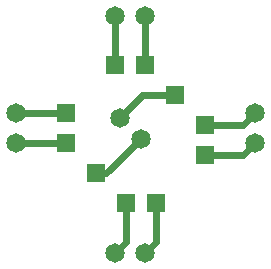
<source format=gtl>
G04 Layer: TopLayer*
G04 EasyEDA v6.5.22, 2024-04-13 17:31:40*
G04 Gerber Generator version 0.2*
G04 Scale: 100 percent, Rotated: No, Reflected: No *
G04 Dimensions in millimeters *
G04 leading zeros omitted , absolute positions ,4 integer and 5 decimal *
%FSLAX45Y45*%
%MOMM*%

%ADD10C,0.6000*%
%ADD11R,1.5748X1.5748*%
%ADD12C,1.6510*%

%LPD*%
D10*
X-965200Y127000D02*
G01*
X-546100Y127000D01*
X-965200Y-127000D02*
G01*
X-546100Y-127000D01*
X127000Y-1054100D02*
G01*
X215900Y-965200D01*
X215900Y-635000D01*
X-127000Y-1054100D02*
G01*
X-38100Y-965200D01*
X-38100Y-635000D01*
X-127000Y952500D02*
G01*
X-127000Y533400D01*
X127000Y952500D02*
G01*
X127000Y533400D01*
X1054100Y127000D02*
G01*
X952500Y25400D01*
X635000Y25400D01*
X1054100Y-127000D02*
G01*
X952500Y-228600D01*
X635000Y-228600D01*
X-292100Y-381000D02*
G01*
X-201396Y-381000D01*
X89799Y-89799D01*
X381000Y279400D02*
G01*
X99796Y279400D01*
X-89799Y89799D01*
D11*
G01*
X-292100Y-381000D03*
G01*
X381000Y279400D03*
G01*
X635000Y25400D03*
G01*
X635000Y-228600D03*
G01*
X215900Y-635000D03*
G01*
X-38100Y-635000D03*
G01*
X127000Y533400D03*
G01*
X-127000Y533400D03*
G01*
X-546100Y127000D03*
G01*
X-546100Y-127000D03*
D12*
G01*
X-965200Y127000D03*
G01*
X-965200Y-127000D03*
G01*
X-127000Y952500D03*
G01*
X127000Y952500D03*
G01*
X-89801Y89801D03*
G01*
X89801Y-89801D03*
G01*
X127000Y-1054100D03*
G01*
X-127000Y-1054100D03*
G01*
X1054100Y127000D03*
G01*
X1054100Y-127000D03*
M02*

</source>
